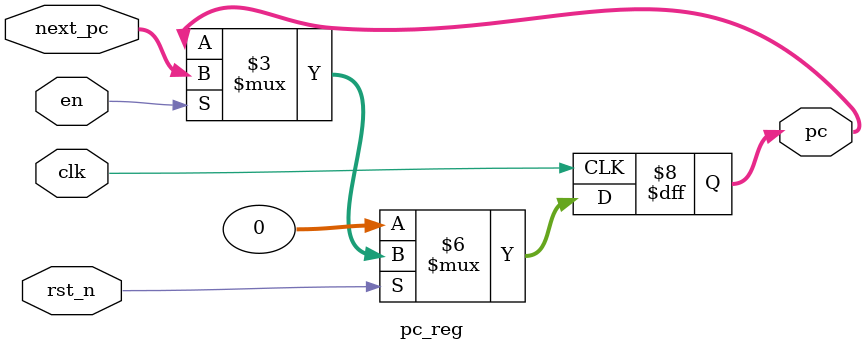
<source format=v>
module pc_reg (
    input  wire        clk,
    input  wire        rst_n,
    input  wire        en,
    input  wire [31:0] next_pc,
    output reg  [31:0] pc
);
    always @(posedge clk) begin
        if (!rst_n) begin
            pc <= 32'b0;
        end else if (en) begin
            pc <= next_pc;
        end
    end
endmodule

</source>
